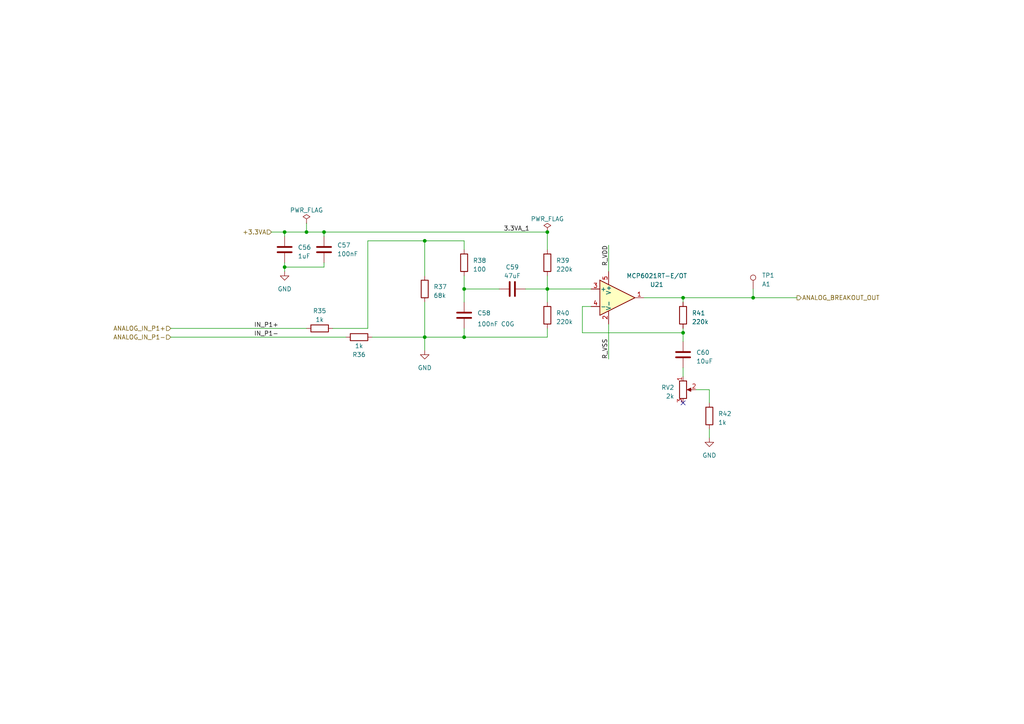
<source format=kicad_sch>
(kicad_sch (version 20231120) (generator "eeschema") (generator_version "8.0")
  (paper "A4")
  (lib_symbols
    (symbol "Amplifier_Operational:MCP601-xOT" (pin_names (offset 0.127))
      (property "Reference" "U" (at -1.27 6.35 0))
      (property "Value" "MCP601-xOT" (at -1.27 3.81 0))
      (symbol "MCP601-xOT_0_1"
        (polyline (pts (xy -5.08 5.08) (xy 5.08 0) (xy -5.08 -5.08) (xy -5.08 5.08)) (stroke (width 0.254)) (fill (type background)))
        (pin power_in line (at -2.54 -7.62 90) (length 3.81) (name "V-") (number "2"))
        (pin power_in line (at -2.54 7.62 270) (length 3.81) (name "V+") (number "5"))
      )
      (symbol "MCP601-xOT_1_1"
        (pin output line (at 7.62 0 180) (length 2.54) (name "~") (number "1"))
        (pin input line (at -7.62 2.54 0) (length 2.54) (name "+") (number "3"))
        (pin input line (at -7.62 -2.54 0) (length 2.54) (name "-") (number "4"))
      )
    )
    (symbol "Connector:TestPoint" (pin_numbers hide) (pin_names (offset 0.762) hide)
      (property "Reference" "TP" (at 0 6.858 0))
      (property "Value" "TestPoint" (at 0 5.08 0))
      (symbol "TestPoint_0_1"
        (circle (center 0 3.302) (radius 0.762))
      )
      (symbol "TestPoint_1_1"
        (pin passive line (at 0 0 90) (length 2.54) (name "1") (number "1"))
      )
    )
    (symbol "Device:C" (pin_numbers hide) (pin_names (offset 0.254))
      (property "Reference" "C" (at 0.635 2.54 0))
      (property "Value" "C" (at 0.635 -2.54 0))
      (symbol "C_0_1"
        (polyline (pts (xy -2.032 -0.762) (xy 2.032 -0.762)) (stroke (width 0.508)))
        (polyline (pts (xy -2.032 0.762) (xy 2.032 0.762)) (stroke (width 0.508)))
      )
      (symbol "C_1_1"
        (pin passive line (at 0 3.81 270) (length 2.794) (name "~") (number "1"))
        (pin passive line (at 0 -3.81 90) (length 2.794) (name "~") (number "2"))
      )
    )
    (symbol "Device:R" (pin_numbers hide) (pin_names (offset 0))
      (property "Reference" "R" (at 2.032 0 90))
      (property "Value" "R" (at 0 0 90))
      (symbol "R_0_1"
        (rectangle (start -1.016 -2.54) (end 1.016 2.54) (stroke (width 0.254)))
      )
      (symbol "R_1_1"
        (pin passive line (at 0 3.81 270) (length 1.27) (name "~") (number "1"))
        (pin passive line (at 0 -3.81 90) (length 1.27) (name "~") (number "2"))
      )
    )
    (symbol "Device:R_Potentiometer" (pin_names (offset 1.016) hide)
      (property "Reference" "RV" (at -4.445 0 90))
      (property "Value" "R_Potentiometer" (at -2.54 0 90))
      (symbol "R_Potentiometer_0_1"
        (polyline (pts (xy 2.54 0) (xy 1.524 0)))
        (polyline (pts (xy 1.143 0) (xy 2.286 0.508) (xy 2.286 -0.508) (xy 1.143 0)) (fill (type outline)))
        (rectangle (start 1.016 2.54) (end -1.016 -2.54) (stroke (width 0.254)))
      )
      (symbol "R_Potentiometer_1_1"
        (pin passive line (at 0 3.81 270) (length 1.27) (name "1") (number "1"))
        (pin passive line (at 3.81 0 180) (length 1.27) (name "2") (number "2"))
        (pin passive line (at 0 -3.81 90) (length 1.27) (name "3") (number "3"))
      )
    )
    (symbol "power:GND" (power) (pin_names (offset 0))
      (property "Value" "GND" (at 0 -3.81 0))
      (symbol "GND_0_1"
        (polyline (pts (xy 0 0) (xy 0 -1.27) (xy 1.27 -1.27) (xy 0 -2.54) (xy -1.27 -1.27) (xy 0 -1.27)))
      )
      (symbol "GND_1_1"
        (pin power_in line (at 0 0 270) (length 0) hide (name "GND") (number "1"))
      )
    )
    (symbol "power:PWR_FLAG" (power) (pin_numbers hide) (pin_names (offset 0) hide)
      (property "Value" "PWR_FLAG" (at 0 3.81 0))
      (symbol "PWR_FLAG_0_0"
        (pin power_out line (at 0 0 90) (length 0) (name "pwr") (number "1"))
      )
      (symbol "PWR_FLAG_0_1"
        (polyline (pts (xy 0 0) (xy 0 1.27) (xy -1.016 1.905) (xy 0 2.54) (xy 1.016 1.905) (xy 0 1.27)))
      )
    )
  )
  (junction (at 123.19 69.85))
  (junction (at 198.12 86.36))
  (junction (at 82.55 67.31))
  (junction (at 88.9 67.31))
  (junction (at 198.12 96.52))
  (junction (at 123.19 97.79))
  (junction (at 93.98 67.31))
  (junction (at 158.75 67.31))
  (junction (at 218.44 86.36))
  (junction (at 134.62 97.79))
  (junction (at 82.55 77.47))
  (junction (at 158.75 83.82))
  (junction (at 134.62 83.82))
  (no_connect (at 198.12 116.84))
  (wire (pts (xy 176.53 71.12) (xy 176.53 78.74)))
  (wire (pts (xy 158.75 80.01) (xy 158.75 83.82)))
  (wire (pts (xy 123.19 69.85) (xy 134.62 69.85)))
  (wire (pts (xy 93.98 76.2) (xy 93.98 77.47)))
  (wire (pts (xy 82.55 76.2) (xy 82.55 77.47)))
  (wire (pts (xy 134.62 80.01) (xy 134.62 83.82)))
  (wire (pts (xy 168.91 96.52) (xy 198.12 96.52)))
  (wire (pts (xy 158.75 97.79) (xy 158.75 95.25)))
  (wire (pts (xy 198.12 86.36) (xy 198.12 87.63)))
  (wire (pts (xy 123.19 97.79) (xy 123.19 101.6)))
  (wire (pts (xy 134.62 97.79) (xy 123.19 97.79)))
  (wire (pts (xy 205.74 113.03) (xy 205.74 116.84)))
  (wire (pts (xy 158.75 83.82) (xy 158.75 87.63)))
  (wire (pts (xy 88.9 64.77) (xy 88.9 67.31)))
  (wire (pts (xy 134.62 69.85) (xy 134.62 72.39)))
  (wire (pts (xy 82.55 67.31) (xy 88.9 67.31)))
  (wire (pts (xy 49.53 95.25) (xy 88.9 95.25)))
  (wire (pts (xy 198.12 95.25) (xy 198.12 96.52)))
  (wire (pts (xy 78.74 67.31) (xy 82.55 67.31)))
  (wire (pts (xy 218.44 83.82) (xy 218.44 86.36)))
  (wire (pts (xy 106.68 69.85) (xy 123.19 69.85)))
  (wire (pts (xy 134.62 83.82) (xy 144.78 83.82)))
  (wire (pts (xy 171.45 88.9) (xy 168.91 88.9)))
  (wire (pts (xy 134.62 83.82) (xy 134.62 87.63)))
  (wire (pts (xy 152.4 83.82) (xy 158.75 83.82)))
  (wire (pts (xy 198.12 96.52) (xy 198.12 99.06)))
  (wire (pts (xy 201.93 113.03) (xy 205.74 113.03)))
  (wire (pts (xy 106.68 69.85) (xy 106.68 95.25)))
  (wire (pts (xy 168.91 88.9) (xy 168.91 96.52)))
  (wire (pts (xy 158.75 67.31) (xy 158.75 72.39)))
  (wire (pts (xy 82.55 77.47) (xy 93.98 77.47)))
  (wire (pts (xy 96.52 95.25) (xy 106.68 95.25)))
  (wire (pts (xy 218.44 86.36) (xy 231.14 86.36)))
  (wire (pts (xy 198.12 86.36) (xy 218.44 86.36)))
  (wire (pts (xy 198.12 106.68) (xy 198.12 109.22)))
  (wire (pts (xy 176.53 93.98) (xy 176.53 104.14)))
  (wire (pts (xy 158.75 83.82) (xy 171.45 83.82)))
  (wire (pts (xy 134.62 97.79) (xy 158.75 97.79)))
  (wire (pts (xy 93.98 67.31) (xy 93.98 68.58)))
  (wire (pts (xy 186.69 86.36) (xy 198.12 86.36)))
  (wire (pts (xy 93.98 67.31) (xy 158.75 67.31)))
  (wire (pts (xy 123.19 87.63) (xy 123.19 97.79)))
  (wire (pts (xy 107.95 97.79) (xy 123.19 97.79)))
  (wire (pts (xy 82.55 68.58) (xy 82.55 67.31)))
  (wire (pts (xy 134.62 95.25) (xy 134.62 97.79)))
  (wire (pts (xy 82.55 77.47) (xy 82.55 78.74)))
  (wire (pts (xy 123.19 80.01) (xy 123.19 69.85)))
  (wire (pts (xy 49.53 97.79) (xy 100.33 97.79)))
  (wire (pts (xy 88.9 67.31) (xy 93.98 67.31)))
  (wire (pts (xy 205.74 124.46) (xy 205.74 127)))
  (label "R_VDD" (at 176.53 71.12 270))
  (label "IN_P1-" (at 73.66 97.79 0))
  (label "3.3VA_1" (at 146.05 67.31 0))
  (label "R_VSS" (at 176.53 104.14 90))
  (label "IN_P1+" (at 73.66 95.25 0))
  (hierarchical_label "+3.3VA" (shape input) (at 78.74 67.31 180))
  (hierarchical_label "ANALOG_IN_P1+" (shape input) (at 49.53 95.25 180))
  (hierarchical_label "ANALOG_BREAKOUT_OUT" (shape output) (at 231.14 86.36 0))
  (hierarchical_label "ANALOG_IN_P1-" (shape input) (at 49.53 97.79 180))
  (symbol (lib_id "power:GND") (at 205.74 127 0) (unit 1)
    (property "Reference" "#PWR0118" (effects (hide yes)))
    (property "Value" "GND" (at 205.74 132.08 0))
  )
  (symbol (lib_id "Connector:TestPoint") (at 218.44 83.82 0) (unit 1) (in_bom no)
    (property "Reference" "TP1" (at 220.98 79.883 0) (effects (justify left)))
    (property "Value" "A1" (at 220.98 82.423 0) (effects (justify left)))
    (property "Footprint" "TestPoint:TestPoint_Pad_D3.0mm" (effects (hide yes)))
  )
  (symbol (lib_id "Device:R") (at 134.62 76.2 0) (unit 1)
    (property "Reference" "R38" (at 137.16 75.565 0) (effects (justify left)))
    (property "Value" "100" (at 137.16 78.105 0) (effects (justify left)))
    (property "Footprint" "Resistor_SMD:R_0805_2012Metric" (effects (hide yes)))
    (property "Datasheet" "https://www.tme.eu/hu/details/smd0805-100r-1%25/smd-ellenallasok/royal-ohm/0805s8f1000t5e/" (effects (hide yes)))
  )
  (symbol (lib_id "Device:R_Potentiometer") (at 198.12 113.03 0) (unit 1)
    (property "Reference" "RV2" (at 195.58 112.395 0) (effects (justify right)))
    (property "Value" "2k" (at 195.58 114.935 0) (effects (justify right)))
    (property "Footprint" "Potentiometer_SMD:Potentiometer_Bourns_3314J_Vertical" (effects (hide yes)))
    (property "Datasheet" "https://hu.mouser.com/ProductDetail/Bourns/3314J-2-202E?qs=GbiU%252BivmtKAV2mmuJAGHvA%3D%3D" (effects (hide yes)))
  )
  (symbol (lib_id "power:GND") (at 123.19 101.6 0) (unit 1)
    (property "Reference" "#PWR0117" (effects (hide yes)))
    (property "Value" "GND" (at 123.19 106.68 0))
  )
  (symbol (lib_id "Device:R") (at 104.14 97.79 90) (unit 1)
    (property "Reference" "R36" (at 104.14 102.87 90))
    (property "Value" "1k" (at 104.14 100.33 90))
    (property "Footprint" "Resistor_SMD:R_0805_2012Metric" (effects (hide yes)))
    (property "Datasheet" "https://www.tme.eu/hu/details/smd0805-1k-1%25/smd-ellenallasok/royal-ohm/0805s8f1001t5e/" (effects (hide yes)))
  )
  (symbol (lib_id "Amplifier_Operational:MCP601-xOT") (at 179.07 86.36 0) (unit 1)
    (property "Reference" "U21" (at 190.5 82.55 0))
    (property "Value" "MCP6021RT-E/OT" (at 190.5 80.01 0))
    (property "Footprint" "Package_TO_SOT_SMD:SOT-23-5" (effects (hide yes)))
    (property "Datasheet" "https://www.tme.eu/hu/details/mcp6021rt-e_ot/smd-muveleti-erositok/microchip-technology/" (effects (hide yes)))
  )
  (symbol (lib_id "Device:C") (at 148.59 83.82 90) (unit 1)
    (property "Reference" "C59" (at 148.59 77.47 90))
    (property "Value" "47uF" (at 148.59 80.01 90))
    (property "Footprint" "Capacitor_SMD:C_1210_3225Metric" (effects (hide yes)))
    (property "Datasheet" "https://www.tme.eu/hu/details/cl32b475kbuynne/mlcc-smd-kondenzatorok/samsung/" (effects (hide yes)))
  )
  (symbol (lib_id "Device:R") (at 198.12 91.44 0) (unit 1)
    (property "Reference" "R41" (at 200.66 90.805 0) (effects (justify left)))
    (property "Value" "220k" (at 200.66 93.345 0) (effects (justify left)))
    (property "Footprint" "Resistor_SMD:R_0805_2012Metric" (effects (hide yes)))
    (property "Datasheet" "https://www.tme.eu/hu/details/smd0805-220k-1%25/smd-ellenallasok/royal-ohm/0805s8f2203t5e/" (effects (hide yes)))
  )
  (symbol (lib_id "Device:R") (at 205.74 120.65 0) (unit 1)
    (property "Reference" "R42" (at 208.28 120.015 0) (effects (justify left)))
    (property "Value" "1k" (at 208.28 122.555 0) (effects (justify left)))
    (property "Footprint" "Resistor_SMD:R_0805_2012Metric" (effects (hide yes)))
    (property "Datasheet" "https://www.tme.eu/hu/details/smd0805-1k-1%25/smd-ellenallasok/royal-ohm/0805s8f1001t5e/" (effects (hide yes)))
  )
  (symbol (lib_id "Device:R") (at 158.75 76.2 0) (unit 1)
    (property "Reference" "R39" (at 161.29 75.565 0) (effects (justify left)))
    (property "Value" "220k" (at 161.29 78.105 0) (effects (justify left)))
    (property "Footprint" "Resistor_SMD:R_0805_2012Metric" (effects (hide yes)))
    (property "Datasheet" "https://www.tme.eu/hu/details/smd0805-220k-1%25/smd-ellenallasok/royal-ohm/0805s8f2203t5e/" (effects (hide yes)))
  )
  (symbol (lib_id "Device:C") (at 82.55 72.39 0) (unit 1)
    (property "Reference" "C56" (at 86.36 71.755 0) (effects (justify left)))
    (property "Value" "1uF" (at 86.36 74.295 0) (effects (justify left)))
    (property "Footprint" "Capacitor_SMD:C_0603_1608Metric" (effects (hide yes)))
    (property "Datasheet" "https://www.tme.eu/hu/details/cl10b105ko8nnnc/mlcc-smd-kondenzatorok/samsung/" (effects (hide yes)))
  )
  (symbol (lib_id "Device:R") (at 158.75 91.44 0) (unit 1)
    (property "Reference" "R40" (at 161.29 90.805 0) (effects (justify left)))
    (property "Value" "220k" (at 161.29 93.345 0) (effects (justify left)))
    (property "Footprint" "Resistor_SMD:R_0805_2012Metric" (effects (hide yes)))
    (property "Datasheet" "https://www.tme.eu/hu/details/smd0805-220k-1%25/smd-ellenallasok/royal-ohm/0805s8f2203t5e/" (effects (hide yes)))
  )
  (symbol (lib_id "power:GND") (at 82.55 78.74 0) (unit 1)
    (property "Reference" "#PWR0116" (effects (hide yes)))
    (property "Value" "GND" (at 82.55 83.82 0))
  )
  (symbol (lib_id "Device:C") (at 198.12 102.87 0) (unit 1)
    (property "Reference" "C60" (at 201.93 102.235 0) (effects (justify left)))
    (property "Value" "10uF" (at 201.93 104.775 0) (effects (justify left)))
    (property "Footprint" "Capacitor_SMD:C_1206_3216Metric" (effects (hide yes)))
    (property "Datasheet" "https://www.tme.eu/hu/details/cl31b106kahnnne/mlcc-smd-kondenzatorok/samsung/" (effects (hide yes)))
  )
  (symbol (lib_id "Device:C") (at 93.98 72.39 0) (unit 1)
    (property "Reference" "C57" (at 97.79 71.1199 0) (effects (justify left)))
    (property "Value" "100nF" (at 97.79 73.6599 0) (effects (justify left)))
    (property "Footprint" "Capacitor_SMD:C_0603_1608Metric" (effects (hide yes)))
    (property "Datasheet" "https://www.tme.eu/hu/details/cl10b105ko8nnnc/mlcc-smd-kondenzatorok/samsung/" (effects (hide yes)))
  )
  (symbol (lib_id "Device:C") (at 134.62 91.44 0) (unit 1)
    (property "Reference" "C58" (at 138.43 90.805 0) (effects (justify left)))
    (property "Value" "100nF C0G" (at 138.43 93.98 0) (effects (justify left)))
    (property "Footprint" "Capacitor_SMD:C_1206_3216Metric" (effects (hide yes)))
    (property "Datasheet" "https://www.tme.eu/hu/details/grm31c5c1h104ja01l/mlcc-smd-kondenzatorok/murata/" (effects (hide yes)))
  )
  (symbol (lib_id "Device:R") (at 92.71 95.25 90) (unit 1)
    (property "Reference" "R35" (at 92.71 90.17 90))
    (property "Value" "1k" (at 92.71 92.71 90))
    (property "Footprint" "Resistor_SMD:R_0805_2012Metric" (effects (hide yes)))
    (property "Datasheet" "https://www.tme.eu/hu/details/smd0805-1k-1%25/smd-ellenallasok/royal-ohm/0805s8f1001t5e/" (effects (hide yes)))
  )
  (symbol (lib_id "Device:R") (at 123.19 83.82 0) (unit 1)
    (property "Reference" "R37" (at 125.73 83.185 0) (effects (justify left)))
    (property "Value" "68k" (at 125.73 85.725 0) (effects (justify left)))
    (property "Footprint" "Resistor_SMD:R_0805_2012Metric" (effects (hide yes)))
    (property "Datasheet" "https://www.tme.eu/hu/details/smd0805-68k-1%25/smd-ellenallasok/royal-ohm/0805s8f6802t5e/" (effects (hide yes)))
  )
  (symbol (lib_id "power:PWR_FLAG") (at 158.75 67.31 0) (unit 1)
    (property "Reference" "#FLG03" (effects (hide yes)))
    (property "Value" "PWR_FLAG" (at 158.75 63.5 0))
  )
  (symbol (lib_id "power:PWR_FLAG") (at 88.9 64.77 0) (unit 1)
    (property "Reference" "#FLG02" (effects (hide yes)))
    (property "Value" "PWR_FLAG" (at 88.9 60.96 0))
  )
)
</source>
